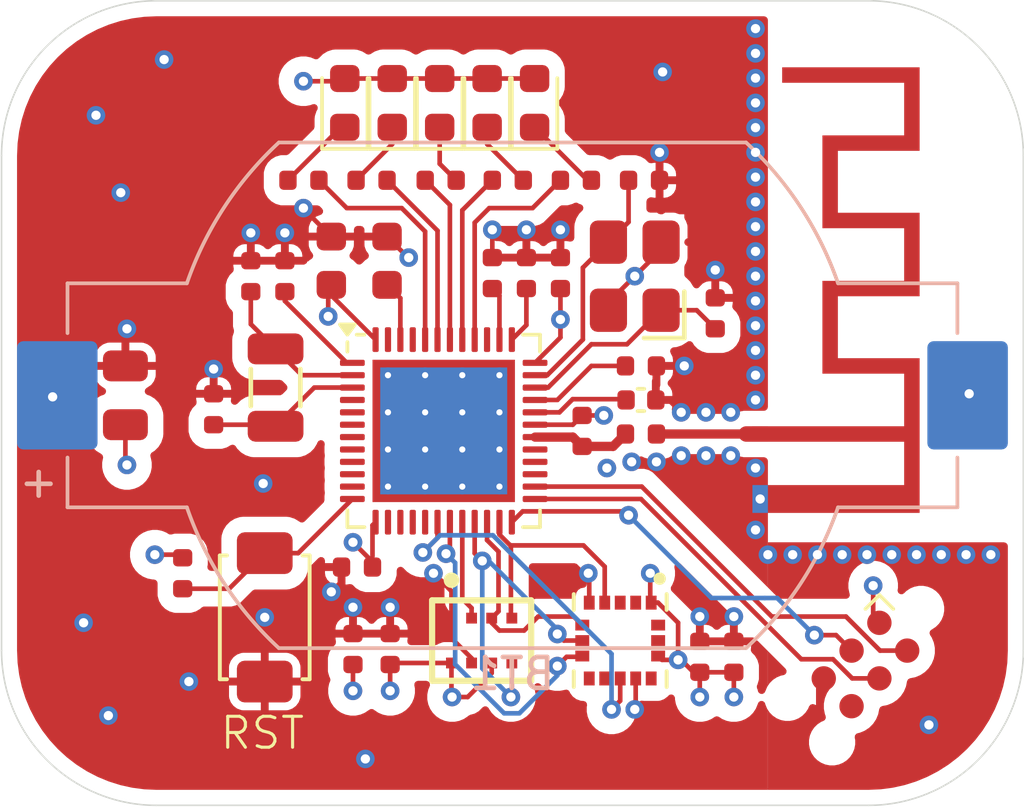
<source format=kicad_pcb>
(kicad_pcb (version 20241229) (generator "pcbnew") (generator_version "9.0")
  (layers (0 "F.Cu" signal "Top Layer") (4 "In1.Cu" signal) (6 "In2.Cu" signal) (2 "B.Cu" signal "Bottom Layer") (13 "F.Paste" user "Top Paste") (15 "B.Paste" user "Bottom Paste") (5 "F.SilkS" user "Top Overlay") (7 "B.SilkS" user "Bottom Overlay") (1 "F.Mask" user "Top Solder") (3 "B.Mask" user "Bottom Solder") (25 "Edge.Cuts" user))
  (property "ADDRESS1" "")
  (property "ADDRESS2" "")
  (property "ADDRESS3" "")
  (property "ADDRESS4" "")
  (property "DOCUMENTNUMBER" "")
  (property "DOCUMENTSIZE" "A4")
  (property "DRAWNBY" "wadeb")
  (property "ORGANIZATION" "Brainerd Race Team")
  (property "PCANAME" "Tire Sensor")
  (property "PROJECTNUMBER" "")
  (property "SHEETTOTAL" "1")
  (net 0 "")
  (net 1 "VDD_NRF")
  (net 3 "GND")
  (net 4 "/XC1")
  (net 5 "/XC2")
  (net 6 "Net-(U1-ANT)")
  (net 7 "/DEC1")
  (net 8 "/DEC2")
  (net 9 "/DEC3")
  (net 10 "/DEC4")
  (net 11 "/P0.00{slash}XL1")
  (net 12 "/P0.01{slash}XL2")
  (net 13 "/P0.25")
  (net 14 "Net-(U1-P0.26)")
  (net 15 "/SWCLK")
  (net 16 "/nRESET")
  (net 17 "/SWDIO")
  (net 18 "/RF")
  (net 19 "/SDO")
  (net 21 "/CS_DPS368")
  (net 23 "Net-(D1-K)")
  (net 26 "Net-(D2-K)")
  (net 27 "/SDI")
  (net 28 "Net-(D3-K)")
  (net 33 "/SCK")
  (net 35 "/INT_LIS3DHTR")
  (net 36 "Net-(D4-K)")
  (net 38 "/CS_LIS3DHTR")
  (net 39 "Net-(D5-K)")
  (net 52 "/LED0")
  (net 53 "/LED1")
  (net 54 "/LED2")
  (net 55 "/LED3")
  (net 56 "/LED4")
  (net 57 "/BTN")
  (footprint "PCM_JLCPCB:C_0402" (layer "F.Cu") (at 172.76656 100.690685 90)
    (property "Reference" "C13" (hide yes))
    (property "Value" "12pF" (hide yes))
  )
  (footprint "PCM_JLCPCB:R_0402" (layer "F.Cu") (at 172.16656 97.690685 180)
    (property "Reference" "R2" (hide yes))
    (property "Value" "1kΩ" (hide yes))
  )
  (footprint "PCM_JLCPCB:C_0402" (layer "F.Cu") (at 168.36656 112.840685 90)
    (property "Reference" "C18" (hide yes))
    (property "Value" "100nF" (hide yes))
  )
  (footprint "PCM_JLCPCB:C_0402" (layer "F.Cu") (at 167.29656 110.190685 180)
    (property "Reference" "C5" (hide yes))
    (property "Value" "100nF" (hide yes))
  )
  (footprint "PCM_JLCPCB:C_0402" (layer "F.Cu") (at 167.16656 112.840685 90)
    (property "Reference" "C19" (hide yes))
    (property "Value" "10uF" (hide yes))
  )
  (footprint "PCM_JLCPCB:R_0402" (layer "F.Cu") (at 161.66656 110.390685 -90)
    (property "Reference" "R6" (hide yes))
    (property "Value" "10kΩ" (hide yes))
  )
  (footprint "PCM_JLCPCB:R_0402" (layer "F.Cu") (at 169.99906 97.690685 180)
    (property "Reference" "R3" (hide yes))
    (property "Value" "1kΩ" (hide yes))
  )
  (footprint "PCM_JLCPCB:C_0402" (layer "F.Cu") (at 176.56656 97.690685)
    (property "Reference" "C2" (hide yes))
    (property "Value" "12pF" (hide yes))
  )
  (footprint "RF_Antenna:Texas_SWRA117D_2.4GHz_Left" (layer "F.Cu") (at 180.31656 105.890685 -90)
    (property "Reference" "AE1" (hide yes))
    (property "Value" "Antenna_Shield" (hide yes))
  )
  (footprint "PCM_JLCPCB:C_0402" (layer "F.Cu") (at 178.86656 101.990685 90)
    (property "Reference" "C1" (hide yes))
    (property "Value" "12pF" (hide yes))
  )
  (footprint "PCM_JLCPCB:C_0805" (layer "F.Cu") (at 159.81656 104.640685 90)
    (property "Reference" "C15" (hide yes))
    (property "Value" "47uF" (hide yes))
  )
  (footprint "PCM_JLCPCB:L_0402" (layer "F.Cu") (at 176.46656 105.890685)
    (property "Reference" "L1" (hide yes))
    (property "Value" "3.9nH" (hide yes))
  )
  (footprint "PCM_JLCPCB:C_0402" (layer "F.Cu") (at 162.66656 105.090685 -90)
    (property "Reference" "C12" (hide yes))
    (property "Value" "12pF" (hide yes))
  )
  (footprint "PCM_JLCPCB:C_0402" (layer "F.Cu") (at 163.86656 100.790685 -90)
    (property "Reference" "C11" (hide yes))
    (property "Value" "12pF" (hide yes))
  )
  (footprint "Connector:Tag-Connect_TC2030-IDC-NL_2x03_P1.27mm_Vertical" (layer "F.Cu") (at 183.717547 113.339698 -135)
    (property "Reference" "J1" (hide yes))
    (property "Value" "Conn_02x05_Odd_Even" (hide yes))
  )
  (footprint "Package_DFN_QFN:QFN-48-1EP_6x6mm_P0.4mm_EP4.6x4.6mm_ThermalVias" (layer "F.Cu") (at 170.09656 105.790685)
    (property "Reference" "U1" (hide yes))
    (property "Value" "~" (hide yes))
  )
  (footprint "PCM_JLCPCB:C_0603" (layer "F.Cu") (at 168.26656 100.290685 90)
    (property "Reference" "C10" (hide yes))
    (property "Value" "1.0uF" (hide yes))
  )
  (footprint "PCM_JLCPCB:C_0402" (layer "F.Cu") (at 174.56656 105.790685 90)
    (property "Reference" "C3" (hide yes))
    (property "Value" "0.8pf" (hide yes))
  )
  (footprint "LED_SMD:LED_0603_1608Metric" (layer "F.Cu") (at 166.90156 95.190685 90)
    (property "Reference" "D5" (hide yes))
    (property "Value" "LED" (hide yes))
  )
  (footprint "PCM_JLCPCB:C_0402" (layer "F.Cu") (at 171.66656 100.690685 90)
    (property "Reference" "C14" (hide yes))
    (property "Value" "12pF" (hide yes))
  )
  (footprint "PCM_JLCPCB:FC-135R_L3.2-W1.5" (layer "F.Cu") (at 164.66656 104.390685 90)
    (property "Reference" "X2" (hide yes))
    (property "Value" "32.768kHz" (hide yes))
  )
  (footprint "PCM_JLCPCB:R_0402" (layer "F.Cu") (at 165.56656 97.690685)
    (property "Reference" "R5" (hide yes))
    (property "Value" "1kΩ" (hide yes))
  )
  (footprint "PCM_JLCPCB:C_0402" (layer "F.Cu") (at 179.46656 113.090685 90)
    (property "Reference" "C17" (hide yes))
    (property "Value" "100nF" (hide yes))
  )
  (footprint "PCM_JLCPCB:C_0402" (layer "F.Cu") (at 176.46656 103.690685)
    (property "Reference" "C7" (hide yes))
    (property "Value" "100pF" (hide yes))
  )
  (footprint "Capacitor_SMD:C_0402_1005Metric" (layer "F.Cu") (at 176.46656 104.790685 180)
    (property "Reference" "C6" (hide yes))
    (property "Value" "N.C." (hide yes))
  )
  (footprint "PCM_JLCPCB:OSC-SMD_4P-L3.2-W2.5-BL_SIT8008BI" (layer "F.Cu") (at 176.26656 100.790685 90)
    (property "Reference" "X1" (hide yes))
    (property "Value" "32MHz" (hide yes))
  )
  (footprint "PCM_JLCPCB:C_0402" (layer "F.Cu") (at 173.86656 100.690685 90)
    (property "Reference" "C8" (hide yes))
    (property "Value" "100nF" (hide yes))
  )
  (footprint "PCM_JLCPCB:C_0603" (layer "F.Cu") (at 166.46656 100.290685 90)
    (property "Reference" "C9" (hide yes))
    (property "Value" "4.7uF" (hide yes))
  )
  (footprint "footprints:XDCR_LIS3DHTR" (layer "F.Cu") (at 175.79656 112.565685 -90)
    (property "Reference" "U3" (hide yes))
    (property "Value" "LIS3DHTR" (hide yes))
  )
  (footprint "PCM_JLCPCB:SW_TS-1088-AR02016" (layer "F.Cu") (at 164.31656 111.815685 -90)
    (property "Reference" "S1" (hide yes))
    (property "Value" "Tactile Button, 160gf" (hide yes))
  )
  (footprint "footprints:LGA8S145X65P2X4_200X250X110-V" (layer "F.Cu") (at 171.32156 112.565685)
    (property "Reference" "U2" (hide yes))
    (property "Value" "DPS368" (hide yes))
  )
  (footprint "PCM_JLCPCB:C_0402" (layer "F.Cu") (at 164.96656 100.790685 90)
    (property "Reference" "C4" (hide yes))
    (property "Value" "100nF" (hide yes))
  )
  (footprint "LED_SMD:LED_0603_1608Metric" (layer "F.Cu") (at 173.03156 95.190685 90)
    (property "Reference" "D1" (hide yes))
    (property "Value" "LED" (hide yes))
  )
  (footprint "LED_SMD:LED_0603_1608Metric" (layer "F.Cu") (at 169.96656 95.190685 90)
    (property "Reference" "D3" (hide yes))
    (property "Value" "LED" (hide yes))
  )
  (footprint "PCM_JLCPCB:R_0402" (layer "F.Cu") (at 174.36656 97.690685 180)
    (property "Reference" "R1" (hide yes))
    (property "Value" "1kΩ" (hide yes))
  )
  (footprint "LED_SMD:LED_0603_1608Metric" (layer "F.Cu") (at 168.43406 95.190685 90)
    (property "Reference" "D4" (hide yes))
    (property "Value" "LED" (hide yes))
  )
  (footprint "LED_SMD:LED_0603_1608Metric" (layer "F.Cu") (at 171.49906 95.190685 90)
    (property "Reference" "D2" (hide yes))
    (property "Value" "LED" (hide yes))
  )
  (footprint "PCM_JLCPCB:C_0402" (layer "F.Cu") (at 178.36656 113.090685 90)
    (property "Reference" "C16" (hide yes))
    (property "Value" "100nF" (hide yes))
  )
  (footprint "PCM_JLCPCB:R_0402" (layer "F.Cu") (at 167.76656 97.690685)
    (property "Reference" "R4" (hide yes))
    (property "Value" "1kΩ" (hide yes))
  )
  (footprint "Battery:BatteryHolder_Renata_SMTU2032-LF_1x2032" (layer "B.Cu") (at 172.31656 104.640685)
    (property "Reference" "BT1")
    (property "Value" "Battery_Cell" (hide yes))
  )
  (gr_arc (start 183.81656 91.890685) (mid 187.352125 93.355136) (end 188.81656 96.890685) (stroke (width 0.05)) (layer "Edge.Cuts"))
  (gr_arc (start 155.81656 96.890685) (mid 157.281029 93.355147) (end 160.81656 91.890685) (stroke (width 0.05)) (layer "Edge.Cuts"))
  (gr_line (start 160.81656 91.890685) (end 183.81656 91.890685) (stroke (width 0.05)) (layer "Edge.Cuts"))
  (gr_line (start 188.81656 96.890685) (end 188.81656 112.890685) (stroke (width 0.05)) (layer "Edge.Cuts"))
  (gr_arc (start 160.81656 117.890685) (mid 157.281057 116.426204) (end 155.81656 112.890685) (stroke (width 0.05)) (layer "Edge.Cuts"))
  (gr_arc (start 188.81656 112.890685) (mid 187.352094 116.426219) (end 183.81656 117.890685) (stroke (width 0.05)) (layer "Edge.Cuts"))
  (gr_line (start 183.81656 117.890685) (end 160.81656 117.890685) (stroke (width 0.05)) (layer "Edge.Cuts"))
  (gr_line (start 155.81656 112.890685) (end 155.81656 96.890685) (stroke (width 0.05)) (layer "Edge.Cuts"))
  (gr_text "RST" (at 162.81656 116.140685 0) (layer "F.SilkS") (effects (font (size 1 1) (thickness 0.1)) (justify left bottom)))
  (segment (start 166.90156 94.403185) (end 168.43406 94.403185) (width 0.15) (layer "F.Cu") (net 1))
  (segment (start 170.87156 114.390685) (end 170.36656 114.390685) (width 0.15) (layer "F.Cu") (net 1))
  (segment (start 166.46656 101.070685) (end 166.46656 101.410685) (width 0.15) (layer "F.Cu") (net 1))
  (segment (start 177.66656 113.190685) (end 177.14656 113.190685) (width 0.15) (layer "F.Cu") (net 1))
  (segment (start 178.36656 113.590685) (end 178.16656 113.590685) (width 0.15) (layer "F.Cu") (net 1))
  (segment (start 167.79656 109.840685) (end 167.79656 108.840685) (width 0.15) (layer "F.Cu") (net 1))
  (segment (start 159.81656 106.840685) (end 159.86656 106.890685) (width 0.15) (layer "F.Cu") (net 1))
  (segment (start 171.49906 94.403185) (end 173.03156 94.403185) (width 0.15) (layer "F.Cu") (net 1))
  (segment (start 176.79656 111.340685) (end 177.01656 111.340685) (width 0.15) (layer "F.Cu") (net 1))
  (segment (start 166.46656 101.410685) (end 167.89656 102.840685) (width 0.15) (layer "F.Cu") (net 1))
  (segment (start 160.76656 109.790685) (end 161.56656 109.790685) (width 0.15) (layer "F.Cu") (net 1))
  (segment (start 178.36656 113.590685) (end 179.56656 113.590685) (width 0.15) (layer "F.Cu") (net 1))
  (segment (start 183.96656 110.790685) (end 183.96656 111.990686) (width 0.15) (layer "F.Cu") (net 1))
  (segment (start 161.56656 109.790685) (end 161.66656 109.890685) (width 0.15) (layer "F.Cu") (net 1))
  (segment (start 168.41656 113.290685) (end 168.36656 113.340685) (width 0.15) (layer "F.Cu") (net 1))
  (segment (start 173.86656 102.770685) (end 173.86656 102.190685) (width 0.15) (layer "F.Cu") (net 1))
  (segment (start 177.66656 111.990685) (end 177.66656 113.190685) (width 0.15) (layer "F.Cu") (net 1))
  (segment (start 177.14656 113.190685) (end 177.02156 113.065685) (width 0.15) (layer "F.Cu") (net 1))
  (segment (start 176.76656 110.390685) (end 176.76656 111.310685) (width 0.15) (layer "F.Cu") (net 1))
  (segment (start 168.36656 113.340685) (end 168.36656 114.190685) (width 0.15) (layer "F.Cu") (net 1))
  (segment (start 166.81406 94.490685) (end 166.90156 94.403185) (width 0.15) (layer "F.Cu") (net 1))
  (segment (start 168.43406 94.403185) (end 169.96656 94.403185) (width 0.15) (layer "F.Cu") (net 1))
  (segment (start 170.34656 113.290685) (end 168.41656 113.290685) (width 0.15) (layer "F.Cu") (net 1))
  (segment (start 183.96656 111.990686) (end 183.964586 111.99266) (width 0.15) (layer "F.Cu") (net 1))
  (segment (start 171.64656 113.290685) (end 171.64656 113.615685) (width 0.15) (layer "F.Cu") (net 1))
  (segment (start 166.36656 102.090685) (end 166.36656 101.170685) (width 0.15) (layer "F.Cu") (net 1))
  (segment (start 167.79656 110.020685) (end 167.79656 110.190685) (width 0.15) (layer "F.Cu") (net 1))
  (segment (start 165.56656 94.490685) (end 166.81406 94.490685) (width 0.15) (layer "F.Cu") (net 1))
  (segment (start 179.46656 114.390685) (end 179.46656 113.590685) (width 0.15) (layer "F.Cu") (net 1))
  (segment (start 173.04656 103.590685) (end 173.86656 102.770685) (width 0.15) (layer "F.Cu") (net 1))
  (segment (start 170.34656 113.290685) (end 170.34656 114.370685) (width 0.15) (layer "F.Cu") (net 1))
  (segment (start 171.64656 113.615685) (end 170.87156 114.390685) (width 0.15) (layer "F.Cu") (net 1))
  (segment (start 169.96656 94.403185) (end 171.49906 94.403185) (width 0.15) (layer "F.Cu") (net 1))
  (segment (start 167.16656 113.340685) (end 167.16656 114.190685) (width 0.15) (layer "F.Cu") (net 1))
  (segment (start 178.16656 113.590685) (end 177.76656 113.190685) (width 0.15) (layer "F.Cu") (net 1))
  (segment (start 159.81656 105.590685) (end 159.81656 106.840685) (width 0.15) (layer "F.Cu") (net 1))
  (segment (start 177.01656 111.340685) (end 177.66656 111.990685) (width 0.15) (layer "F.Cu") (net 1))
  (segment (start 170.34656 114.370685) (end 170.36656 114.390685) (width 0.15) (layer "F.Cu") (net 1))
  (segment (start 166.36656 101.170685) (end 166.46656 101.070685) (width 0.15) (layer "F.Cu") (net 1))
  (segment (start 167.16656 109.390685) (end 167.79656 110.020685) (width 0.15) (layer "F.Cu") (net 1))
  (segment (start 173.86656 101.190685) (end 173.86656 102.190685) (width 0.15) (layer "F.Cu") (net 1))
  (segment (start 167.79656 108.840685) (end 167.89656 108.740685) (width 0.15) (layer "F.Cu") (net 1))
  (segment (start 178.36656 114.390685) (end 178.36656 113.590685) (width 0.15) (layer "F.Cu") (net 1))
  (segment (start 176.76656 111.310685) (end 176.79656 111.340685) (width 0.15) (layer "F.Cu") (net 1))
  (via (at 170.36656 114.390685) (size 0.6) (drill 0.3) (layers "F.Cu" "B.Cu") (net 1))
  (via (at 177.66656 113.190685) (size 0.6) (drill 0.3) (layers "F.Cu" "B.Cu") (net 1))
  (via (at 160.76656 109.790685) (size 0.6) (drill 0.3) (layers "F.Cu" "B.Cu") (net 1))
  (via (at 167.16656 114.190685) (size 0.6) (drill 0.3) (layers "F.Cu" "B.Cu") (net 1))
  (via (at 168.36656 114.190685) (size 0.6) (drill 0.3) (layers "F.Cu" "B.Cu") (net 1))
  (via (at 183.96656 110.790685) (size 0.6) (drill 0.3) (layers "F.Cu" "B.Cu") (net 1))
  (via (at 159.86656 106.890685) (size 0.6) (drill 0.3) (layers "F.Cu" "B.Cu") (net 1))
  (via (at 165.56656 94.490685) (size 0.6) (drill 0.3) (layers "F.Cu" "B.Cu") (net 1))
  (via (at 166.36656 102.090685) (size 0.6) (drill 0.3) (layers "F.Cu" "B.Cu") (net 1))
  (via (at 176.76656 110.390685) (size 0.6) (drill 0.3) (layers "F.Cu" "B.Cu") (net 1))
  (via (at 157.46656 104.690685) (size 0.6) (drill 0.3) (layers "F.Cu" "B.Cu") (net 1))
  (via (at 173.86656 102.190685) (size 0.6) (drill 0.3) (layers "F.Cu" "B.Cu") (net 1))
  (via (at 179.46656 114.390685) (size 0.6) (drill 0.3) (layers "F.Cu" "B.Cu") (net 1))
  (via (at 167.16656 109.390685) (size 0.6) (drill 0.3) (layers "F.Cu" "B.Cu") (net 1))
  (via (at 178.36656 114.390685) (size 0.6) (drill 0.3) (layers "F.Cu" "B.Cu") (net 1))
  (segment (start 161.86656 113.890685) (end 164.31656 113.890685) (width 0.15) (layer "F.Cu") (net 3))
  (segment (start 166.79656 110.190685) (end 166.79656 110.660685) (width 0.15) (layer "F.Cu") (net 3))
  (segment (start 173.04656 105.590685) (end 174.26656 105.590685) (width 0.15) (layer "F.Cu") (net 3))
  (segment (start 170.99656 113.138685) (end 170.99656 113.290685) (width 0.15) (layer "F.Cu") (net 3))
  (segment (start 174.26656 105.590685) (end 174.56656 105.290685) (width 0.15) (layer "F.Cu") (net 3))
  (segment (start 175.41656 101.890685) (end 175.41656 101.640685) (width 0.15) (layer "F.Cu") (net 3))
  (segment (start 166.79656 110.660685) (end 166.46656 110.990685) (width 0.15) (layer "F.Cu") (net 3))
  (segment (start 175.41656 101.640685) (end 176.26656 100.790685) (width 0.15) (layer "F.Cu") (net 3))
  (segment (start 167.16656 111.490685) (end 167.16656 112.340685) (width 0.15) (layer "F.Cu") (net 3))
  (segment (start 159.81656 103.690685) (end 159.81656 102.540685) (width 0.15) (layer "F.Cu") (net 3))
  (segment (start 177.11656 99.940685) (end 176.26656 100.790685) (width 0.15) (layer "F.Cu") (net 3))
  (segment (start 179.46656 112.590685) (end 179.46656 111.790685) (width 0.15) (layer "F.Cu") (net 3))
  (segment (start 178.86656 101.490685) (end 178.86656 100.590685) (width 0.15) (layer "F.Cu") (net 3))
  (segment (start 173.86656 99.290685) (end 173.86656 100.190685) (width 0.15) (layer "F.Cu") (net 3))
  (segment (start 169.76656 110.390685) (end 170.34656 110.970685) (width 0.15) (layer "F.Cu") (net 3))
  (segment (start 176.29656 114.760685) (end 176.26656 114.790685) (width 0.15) (layer "F.Cu") (net 3))
  (segment (start 159.81656 102.540685) (end 159.86656 102.490685) (width 0.15) (layer "F.Cu") (net 3))
  (segment (start 165.56656 98.610685) (end 166.46656 99.510685) (width 0.15) (layer "F.Cu") (net 3))
  (segment (start 168.96656 100.190685) (end 168.94656 100.190685) (width 0.15) (layer "F.Cu") (net 3))
  (segment (start 168.94656 100.190685) (end 168.26656 99.510685) (width 0.15) (layer "F.Cu") (net 3))
  (segment (start 178.36656 112.590685) (end 178.36656 111.790685) (width 0.15) (layer "F.Cu") (net 3))
  (segment (start 177.06656 97.690685) (end 177.06656 96.790685) (width 0.15) (layer "F.Cu") (net 3))
  (segment (start 168.36656 111.490685) (end 168.36656 112.340685) (width 0.15) (layer "F.Cu") (net 3))
  (segment (start 165.56656 98.590685) (end 165.56656 98.610685) (width 0.15) (layer "F.Cu") (net 3))
  (segment (start 174.79656 110.620685) (end 174.79656 111.340685) (width 0.15) (layer "F.Cu") (net 3))
  (segment (start 177.36656 104.790685) (end 177.76656 105.190685) (width 0.15) (layer "F.Cu") (net 3))
  (segment (start 176.96656 103.690685) (end 177.86656 103.690685) (width 0.15) (layer "F.Cu") (net 3))
  (segment (start 174.56656 105.290685) (end 175.26656 105.290685) (width 0.15) (layer "F.Cu") (net 3))
  (segment (start 164.96656 100.290685) (end 164.96656 99.390685) (width 0.15) (layer "F.Cu") (net 3))
  (segment (start 176.94656 104.790685) (end 177.36656 104.790685) (width 0.15) (layer "F.Cu") (net 3))
  (segment (start 176.29656 113.790685) (end 176.29656 114.760685) (width 0.15) (layer "F.Cu") (net 3))
  (segment (start 177.11656 99.690685) (end 177.11656 99.940685) (width 0.15) (layer "F.Cu") (net 3))
  (segment (start 172.76656 99.290685) (end 172.76656 100.190685) (width 0.15) (layer "F.Cu") (net 3))
  (segment (start 170.34656 112.488685) (end 170.99656 113.138685) (width 0.15) (layer "F.Cu") (net 3))
  (segment (start 163.86656 100.290685) (end 163.86656 99.390685) (width 0.15) (layer "F.Cu") (net 3))
  (segment (start 170.34656 111.840685) (end 170.34656 112.488685) (width 0.15) (layer "F.Cu") (net 3))
  (segment (start 162.66656 104.590685) (end 162.66656 103.790685) (width 0.15) (layer "F.Cu") (net 3))
  (segment (start 174.76656 110.590685) (end 174.79656 110.620685) (width 0.15) (layer "F.Cu") (net 3))
  (segment (start 170.34656 110.970685) (end 170.34656 111.840685) (width 0.15) (layer "F.Cu") (net 3))
  (segment (start 171.66656 99.290685) (end 171.66656 100.190685) (width 0.15) (layer "F.Cu") (net 3))
  (via (at 180.16656 106.990685) (size 0.6) (drill 0.3) (layers "F.Cu" "B.Cu") (net 3))
  (via (at 187.06656 104.590685) (size 0.6) (drill 0.3) (layers "F.Cu" "B.Cu") (net 3))
  (via (at 167.56656 116.390685) (size 0.6) (drill 0.3) (layers "F.Cu" "B.Cu") (net 3))
  (via (at 180.16656 93.590685) (size 0.6) (drill 0.3) (layers "F.Cu" "B.Cu") (net 3))
  (via (at 180.16656 99.990685) (size 0.6) (drill 0.3) (layers "F.Cu" "B.Cu") (net 3))
  (via (at 180.16656 108.990685) (size 0.6) (drill 0.3) (layers "F.Cu" "B.Cu") (net 3))
  (via (at 161.86656 113.890685) (size 0.6) (drill 0.3) (layers "F.Cu" "B.Cu") (net 3))
  (via (at 164.31656 111.815685) (size 0.6) (drill 0.3) (layers "F.Cu" "B.Cu") (net 3))
  (via (at 166.46656 110.990685) (size 0.6) (drill 0.3) (layers "F.Cu" "B.Cu") (net 3))
  (via (at 180.16656 97.590685) (size 0.6) (drill 0.3) (layers "F.Cu" "B.Cu") (net 3))
  (via (at 164.26656 107.490685) (size 0.6) (drill 0.3) (layers "F.Cu" "B.Cu") (net 3))
  (via (at 180.16656 94.390685) (size 0.6) (drill 0.3) (layers "F.Cu" "B.Cu") (net 3))
  (via (at 178.86656 100.590685) (size 0.6) (drill 0.3) (layers "F.Cu" "B.Cu") (net 3))
  (via (at 180.16656 104.790685) (size 0.6) (drill 0.3) (layers "F.Cu" "B.Cu") (net 3))
  (via (at 181.36656 109.790685) (size 0.6) (drill 0.3) (layers "F.Cu" "B.Cu") (net 3))
  (via (at 180.56656 109.790685) (size 0.6) (drill 0.3) (layers "F.Cu" "B.Cu") (net 3))
  (via (at 167.16656 111.490685) (size 0.6) (drill 0.3) (layers "F.Cu" "B.Cu") (net 3))
  (via (at 158.46656 111.990685) (size 0.6) (drill 0.3) (layers "F.Cu" "B.Cu") (net 3))
  (via (at 175.36656 106.990685) (size 0.6) (drill 0.3) (layers "F.Cu" "B.Cu") (net 3))
  (via (at 180.16656 103.990685) (size 0.6) (drill 0.3) (layers "F.Cu" "B.Cu") (net 3))
  (via (at 186.96656 109.790685) (size 0.6) (drill 0.3) (layers "F.Cu" "B.Cu") (net 3))
  (via (at 163.86656 99.390685) (size 0.6) (drill 0.3) (layers "F.Cu" "B.Cu") (net 3))
  (via (at 187.76656 109.790685) (size 0.6) (drill 0.3) (layers "F.Cu" "B.Cu") (net 3))
  (via (at 184.56656 109.790685) (size 0.6) (drill 0.3) (layers "F.Cu" "B.Cu") (net 3))
  (via (at 178.36656 111.790685) (size 0.6) (drill 0.3) (layers "F.Cu" "B.Cu") (net 3))
  (via (at 183.76656 109.790685) (size 0.6) (drill 0.3) (layers "F.Cu" "B.Cu") (net 3))
  (via (at 168.36656 111.490685) (size 0.6) (drill 0.3) (layers "F.Cu" "B.Cu") (net 3))
  (via (at 177.76656 105.190685) (size 0.6) (drill 0.3) (layers "F.Cu" "B.Cu") (net 3))
  (via (at 180.16656 95.990685) (size 0.6) (drill 0.3) (layers "F.Cu" "B.Cu") (net 3))
  (via (at 177.06656 96.790685) (size 0.6) (drill 0.3) (layers "F.Cu" "B.Cu") (net 3))
  (via (at 185.76656 115.290685) (size 0.6) (drill 0.3) (layers "F.Cu" "B.Cu") (net 3))
  (via (at 180.16656 102.390685) (size 0.6) (drill 0.3) (layers "F.Cu" "B.Cu") (net 3))
  (via (at 177.16656 94.190685) (size 0.6) (drill 0.3) (layers "F.Cu" "B.Cu") (net 3))
  (via (at 180.16656 98.390685) (size 0.6) (drill 0.3) (layers "F.Cu" "B.Cu") (net 3))
  (via (at 180.16656 101.590685) (size 0.6) (drill 0.3) (layers "F.Cu" "B.Cu") (net 3))
  (via (at 178.56656 106.590685) (size 0.6) (drill 0.3) (layers "F.Cu" "B.Cu") (net 3))
  (via (at 171.66656 99.290685) (size 0.6) (drill 0.3) (layers "F.Cu" "B.Cu") (net 3))
  (via (at 179.36656 105.190685) (size 0.6) (drill 0.3) (layers "F.Cu" "B.Cu") (net 3))
  (via (at 180.16656 95.190685) (size 0.6) (drill 0.3) (layers "F.Cu" "B.Cu") (net 3))
  (via (at 161.06656 93.790685) (size 0.6) (drill 0.3) (layers "F.Cu" "B.Cu") (net 3))
  (via (at 186.16656 109.790685) (size 0.6) (drill 0.3) (layers "F.Cu" "B.Cu") (net 3))
  (via (at 177.76656 106.590685) (size 0.6) (drill 0.3) (layers "F.Cu" "B.Cu") (net 3))
  (via (at 174.76656 110.390685) (size 0.6) (drill 0.3) (layers "F.Cu" "B.Cu") (net 3))
  (via (at 176.26656 100.790685) (size 0.6) (drill 0.3) (layers "F.Cu" "B.Cu") (net 3))
  (via (at 159.86656 102.490685) (size 0.6) (drill 0.3) (layers "F.Cu" "B.Cu") (net 3))
  (via (at 159.26656 114.990685) (size 0.6) (drill 0.3) (layers "F.Cu" "B.Cu") (net 3))
  (via (at 180.16656 99.190685) (size 0.6) (drill 0.3) (layers "F.Cu" "B.Cu") (net 3))
  (via (at 175.26656 105.290685) (size 0.6) (drill 0.3) (layers "F.Cu" "B.Cu") (net 3))
  (via (at 179.46656 111.790685) (size 0.6) (drill 0.3) (layers "F.Cu" "B.Cu") (net 3))
  (via (at 180.16656 100.790685) (size 0.6) (drill 0.3) (layers "F.Cu" "B.Cu") (net 3))
  (via (at 176.26656 114.790685) (size 0.6) (drill 0.3) (layers "F.Cu" "B.Cu") (net 3))
  (via (at 172.76656 99.290685) (size 0.6) (drill 0.3) (layers "F.Cu" "B.Cu") (net 3))
  (via (at 173.86656 99.290685) (size 0.6) (drill 0.3) (layers "F.Cu" "B.Cu") (net 3))
  (via (at 158.86656 95.590685) (size 0.6) (drill 0.3) (layers "F.Cu" "B.Cu") (net 3))
  (via (at 180.16656 96.790685) (size 0.6) (drill 0.3) (layers "F.Cu" "B.Cu") (net 3))
  (via (at 168.96656 100.190685) (size 0.6) (drill 0.3) (layers "F.Cu" "B.Cu") (net 3))
  (via (at 177.86656 103.690685) (size 0.6) (drill 0.3) (layers "F.Cu" "B.Cu") (net 3))
  (via (at 182.96656 109.790685) (size 0.6) (drill 0.3) (layers "F.Cu" "B.Cu") (net 3))
  (via (at 180.16656 92.790685) (size 0.6) (drill 0.3) (layers "F.Cu" "B.Cu") (net 3))
  (via (at 169.76656 110.390685) (size 0.6) (drill 0.3) (layers "F.Cu" "B.Cu") (net 3))
  (via (at 162.66656 103.790685) (size 0.6) (drill 0.3) (layers "F.Cu" "B.Cu") (net 3))
  (via (at 165.56656 98.590685) (size 0.6) (drill 0.3) (layers "F.Cu" "B.Cu") (net 3))
  (via (at 180.16656 103.190685) (size 0.6) (drill 0.3) (layers "F.Cu" "B.Cu") (net 3))
  (via (at 176.96656 106.790685) (size 0.6) (drill 0.3) (layers "F.Cu" "B.Cu") (net 3))
  (via (at 185.36656 109.790685) (size 0.6) (drill 0.3) (layers "F.Cu" "B.Cu") (net 3))
  (via (at 179.36656 106.590685) (size 0.6) (drill 0.3) (layers "F.Cu" "B.Cu") (net 3))
  (via (at 159.66656 98.090685) (size 0.6) (drill 0.3) (layers "F.Cu" "B.Cu") (net 3))
  (via (at 164.96656 99.390685) (size 0.6) (drill 0.3) (layers "F.Cu" "B.Cu") (net 3))
  (via (at 176.16656 106.790685) (size 0.6) (drill 0.3) (layers "F.Cu" "B.Cu") (net 3))
  (via (at 178.56656 105.190685) (size 0.6) (drill 0.3) (layers "F.Cu" "B.Cu") (net 3))
  (via (at 182.16656 109.790685) (size 0.6) (drill 0.3) (layers "F.Cu" "B.Cu") (net 3))
  (segment (start 177.11656 101.890685) (end 178.26656 101.890685) (width 0.15) (layer "F.Cu") (net 4))
  (segment (start 176.01656 102.990685) (end 177.11656 101.890685) (width 0.15) (layer "F.Cu") (net 4))
  (segment (start 173.04656 104.390685) (end 173.46656 104.390685) (width 0.15) (layer "F.Cu") (net 4))
  (segment (start 173.46656 104.390685) (end 174.86656 102.990685) (width 0.15) (layer "F.Cu") (net 4))
  (segment (start 174.86656 102.990685) (end 176.01656 102.990685) (width 0.15) (layer "F.Cu") (net 4))
  (segment (start 178.26656 101.890685) (end 178.86656 102.490685) (width 0.15) (layer "F.Cu") (net 4))
  (segment (start 173.438268 103.990685) (end 173.04656 103.990685) (width 0.15) (layer "F.Cu") (net 5))
  (segment (start 174.59056 102.838393) (end 173.438268 103.990685) (width 0.15) (layer "F.Cu") (net 5))
  (segment (start 176.06656 99.040685) (end 175.41656 99.690685) (width 0.15) (layer "F.Cu") (net 5))
  (segment (start 175.41656 99.690685) (end 174.59056 100.516685) (width 0.15) (layer "F.Cu") (net 5))
  (segment (start 174.59056 100.516685) (end 174.59056 102.838393) (width 0.15) (layer "F.Cu") (net 5))
  (segment (start 176.06656 97.690685) (end 176.06656 99.040685) (width 0.15) (layer "F.Cu") (net 5))
  (segment (start 175.56656 106.290685) (end 175.96656 105.890685) (width 0.3) (layer "F.Cu") (net 6))
  (segment (start 174.56656 106.290685) (end 175.56656 106.290685) (width 0.3) (layer "F.Cu") (net 6))
  (segment (start 174.26656 105.990685) (end 174.56656 106.290685) (width 0.3) (layer "F.Cu") (net 6))
  (segment (start 173.04656 105.990685) (end 174.26656 105.990685) (width 0.3) (layer "F.Cu") (net 6))
  (segment (start 166.96656 103.590685) (end 167.14656 103.590685) (width 0.15) (layer "F.Cu") (net 7))
  (segment (start 164.96656 101.290685) (end 164.96656 101.590685) (width 0.15) (layer "F.Cu") (net 7))
  (segment (start 164.96656 101.590685) (end 166.96656 103.590685) (width 0.15) (layer "F.Cu") (net 7))
  (segment (start 173.835078 105.190685) (end 174.261078 104.764685) (width 0.15) (layer "F.Cu") (net 8))
  (segment (start 175.96056 104.764685) (end 175.98656 104.790685) (width 0.15) (layer "F.Cu") (net 8))
  (segment (start 174.261078 104.764685) (end 175.96056 104.764685) (width 0.15) (layer "F.Cu") (net 8))
  (segment (start 173.04656 105.190685) (end 173.835078 105.190685) (width 0.15) (layer "F.Cu") (net 8))
  (segment (start 174.86656 103.690685) (end 173.76656 104.790685) (width 0.15) (layer "F.Cu") (net 9))
  (segment (start 173.76656 104.790685) (end 173.04656 104.790685) (width 0.15) (layer "F.Cu") (net 9))
  (segment (start 175.96656 103.690685) (end 174.86656 103.690685) (width 0.15) (layer "F.Cu") (net 9))
  (segment (start 168.26656 101.070685) (end 168.69656 101.500685) (width 0.15) (layer "F.Cu") (net 10))
  (segment (start 168.69656 101.500685) (end 168.69656 102.840685) (width 0.15) (layer "F.Cu") (net 10))
  (segment (start 164.66656 103.140685) (end 165.51656 103.990685) (width 0.15) (layer "F.Cu") (net 11))
  (segment (start 163.86656 102.340685) (end 164.66656 103.140685) (width 0.15) (layer "F.Cu") (net 11))
  (segment (start 163.86656 101.290685) (end 163.86656 102.340685) (width 0.15) (layer "F.Cu") (net 11))
  (segment (start 165.51656 103.990685) (end 167.14656 103.990685) (width 0.15) (layer "F.Cu") (net 11))
  (segment (start 165.91656 104.390685) (end 167.14656 104.390685) (width 0.15) (layer "F.Cu") (net 12))
  (segment (start 164.66656 105.640685) (end 165.91656 104.390685) (width 0.15) (layer "F.Cu") (net 12))
  (segment (start 162.66656 105.590685) (end 164.61656 105.590685) (width 0.15) (layer "F.Cu") (net 12))
  (segment (start 164.61656 105.590685) (end 164.66656 105.640685) (width 0.15) (layer "F.Cu") (net 12))
  (segment (start 172.76656 102.370685) (end 172.29656 102.840685) (width 0.15) (layer "F.Cu") (net 13))
  (segment (start 172.76656 101.190685) (end 172.76656 102.370685) (width 0.15) (layer "F.Cu") (net 13))
  (segment (start 171.66656 101.190685) (end 171.89656 101.420685) (width 0.15) (layer "F.Cu") (net 14))
  (segment (start 171.89656 101.420685) (end 171.89656 102.840685) (width 0.15) (layer "F.Cu") (net 14))
  (segment (start 182.670471 113.169011) (end 183.290171 113.788711) (width 0.15) (layer "F.Cu") (net 15))
  (segment (start 183.290171 113.788711) (end 184.16656 113.788711) (width 0.15) (layer "F.Cu") (net 15))
  (segment (start 173.04656 107.990685) (end 176.46656 107.990685) (width 0.15) (layer "F.Cu") (net 15))
  (segment (start 176.46656 107.990685) (end 181.644886 113.169011) (width 0.15) (layer "F.Cu") (net 15))
  (segment (start 181.644886 113.169011) (end 182.670471 113.169011) (width 0.15) (layer "F.Cu") (net 15))
  (segment (start 172.64656 108.390685) (end 176.06656 108.390685) (width 0.15) (layer "F.Cu") (net 16))
  (segment (start 172.29656 108.740685) (end 172.64656 108.390685) (width 0.15) (layer "F.Cu") (net 16))
  (segment (start 176.06656 108.390685) (end 176.06656 108.515685) (width 0.15) (layer "F.Cu") (net 16))
  (segment (start 182.768534 112.390685) (end 183.268534 112.890685) (width 0.15) (layer "F.Cu") (net 16))
  (segment (start 182.06656 112.390685) (end 182.768534 112.390685) (width 0.15) (layer "F.Cu") (net 16))
  (via (at 176.06656 108.515685) (size 0.6) (drill 0.3) (layers "F.Cu" "B.Cu") (net 16))
  (via (at 182.06656 112.390685) (size 0.6) (drill 0.3) (layers "F.Cu" "B.Cu") (net 16))
  (segment (start 179.06656 111.190685) (end 180.46656 111.190685) (width 0.15) (layer "B.Cu") (net 16))
  (segment (start 176.06656 108.515685) (end 178.74156 111.190685) (width 0.15) (layer "B.Cu") (net 16))
  (segment (start 180.86656 111.190685) (end 182.06656 112.390685) (width 0.15) (layer "B.Cu") (net 16))
  (segment (start 178.74156 111.190685) (end 179.06656 111.190685) (width 0.15) (layer "B.Cu") (net 16))
  (segment (start 180.46656 111.190685) (end 180.86656 111.190685) (width 0.15) (layer "B.Cu") (net 16))
  (segment (start 173.04656 107.590685) (end 176.492238 107.590685) (width 0.15) (layer "F.Cu") (net 17))
  (segment (start 183.088196 111.790685) (end 184.188196 112.890685) (width 0.15) (layer "F.Cu") (net 17))
  (segment (start 180.692238 111.790685) (end 183.088196 111.790685) (width 0.15) (layer "F.Cu") (net 17))
  (segment (start 184.188196 112.890685) (end 185.064585 112.890685) (width 0.15) (layer "F.Cu") (net 17))
  (segment (start 176.492238 107.590685) (end 180.692238 111.790685) (width 0.15) (layer "F.Cu") (net 17))
  (segment (start 179.86656 105.890685) (end 176.96656 105.890685) (width 0.3) (layer "F.Cu") (net 18))
  (segment (start 180.31656 105.890685) (end 179.86656 105.890685) (width 0.5) (layer "F.Cu") (net 18))
  (segment (start 172.29656 113.290685) (end 172.29656 114.360685) (width 0.15) (layer "F.Cu") (net 19))
  (segment (start 171.09656 108.740685) (end 171.09656 109.745685) (width 0.15) (layer "F.Cu") (net 19))
  (segment (start 171.09656 109.745685) (end 171.34156 109.990685) (width 0.15) (layer "F.Cu") (net 19))
  (segment (start 172.29656 114.360685) (end 172.26656 114.390685) (width 0.15) (layer "F.Cu") (net 19))
  (segment (start 173.977469 112.565685) (end 174.57156 112.565685) (width 0.15) (layer "F.Cu") (net 19))
  (segment (start 173.76656 112.354776) (end 173.977469 112.565685) (width 0.15) (layer "F.Cu") (net 19))
  (via (at 171.34156 109.990685) (size 0.6) (drill 0.3) (layers "F.Cu" "B.Cu") (net 19))
  (via (at 172.26656 114.390685) (size 0.6) (drill 0.3) (layers "F.Cu" "B.Cu") (net 19))
  (via (at 173.76656 112.354776) (size 0.6) (drill 0.3) (layers "F.Cu" "B.Cu") (net 19))
  (segment (start 171.34156 109.990685) (end 171.34156 113.465685) (width 0.15) (layer "B.Cu") (net 19))
  (segment (start 173.911262 112.354776) (end 171.547171 109.990685) (width 0.15) (layer "B.Cu") (net 19))
  (segment (start 171.547171 109.990685) (end 171.34156 109.990685) (width 0.15) (layer "B.Cu") (net 19))
  (segment (start 171.34156 113.465685) (end 172.26656 114.390685) (width 0.15) (layer "B.Cu") (net 19))
  (segment (start 170.69656 111.215685) (end 170.99656 111.515685) (width 0.15) (layer "F.Cu") (net 21))
  (segment (start 170.69656 108.740685) (end 170.69656 111.215685) (width 0.15) (layer "F.Cu") (net 21))
  (segment (start 170.99656 111.515685) (end 170.99656 111.840685) (width 0.15) (layer "F.Cu") (net 21))
  (segment (start 174.86656 97.690685) (end 174.74406 97.690685) (width 0.15) (layer "F.Cu") (net 23))
  (segment (start 174.74406 97.690685) (end 173.03156 95.978185) (width 0.15) (layer "F.Cu") (net 23))
  (segment (start 171.49906 96.523185) (end 172.66656 97.690685) (width 0.15) (layer "F.Cu") (net 26))
  (segment (start 171.49906 95.978185) (end 171.49906 96.523185) (width 0.15) (layer "F.Cu") (net 26))
  (segment (start 171.86656 109.690685) (end 171.86656 111.620685) (width 0.15) (layer "F.Cu") (net 27))
  (segment (start 173.145606 111.790685) (end 174.29656 111.790685) (width 0.15) (layer "F.Cu") (net 27))
  (segment (start 172.694606 112.241685) (end 173.145606 111.790685) (width 0.15) (layer "F.Cu") (net 27))
  (segment (start 171.64656 111.840685) (end 171.64656 111.992685) (width 0.15) (layer "F.Cu") (net 27))
  (segment (start 171.64656 111.992685) (end 171.89556 112.241685) (width 0.15) (layer "F.Cu") (net 27))
  (segment (start 174.29656 111.790685) (end 174.57156 112.065685) (width 0.15) (layer "F.Cu") (net 27))
  (segment (start 171.49656 109.320685) (end 171.86656 109.690685) (width 0.15) (layer "F.Cu") (net 27))
  (segment (start 171.89556 112.241685) (end 172.694606 112.241685) (width 0.15) (layer "F.Cu") (net 27))
  (segment (start 171.49656 108.740685) (end 171.49656 109.320685) (width 0.15) (layer "F.Cu") (net 27))
  (segment (start 171.86656 111.620685) (end 171.64656 111.840685) (width 0.15) (layer "F.Cu") (net 27))
  (segment (start 169.96656 95.978185) (end 169.96656 97.158185) (width 0.15) (layer "F.Cu") (net 28))
  (segment (start 169.96656 97.158185) (end 170.49906 97.690685) (width 0.15) (layer "F.Cu") (net 28))
  (segment (start 172.26656 109.490685) (end 174.610437 109.490685) (width 0.15) (layer "F.Cu") (net 33))
  (segment (start 172.26656 109.490685) (end 172.26656 111.810685) (width 0.15) (layer "F.Cu") (net 33))
  (segment (start 172.24656 109.490685) (end 172.26656 109.490685) (width 0.15) (layer "F.Cu") (net 33))
  (segment (start 174.610437 109.490685) (end 175.29656 110.176808) (width 0.15) (layer "F.Cu") (net 33))
  (segment (start 172.26656 111.810685) (end 172.29656 111.840685) (width 0.15) (layer "F.Cu") (net 33))
  (segment (start 175.29656 110.176808) (end 175.29656 111.340685) (width 0.15) (layer "F.Cu") (net 33))
  (segment (start 171.89656 109.140685) (end 172.24656 109.490685) (width 0.15) (layer "F.Cu") (net 33))
  (segment (start 171.89656 108.740685) (end 171.89656 109.140685) (width 0.15) (layer "F.Cu") (net 33))
  (segment (start 175.79656 114.510682) (end 175.79656 113.790685) (width 0.15) (layer "F.Cu") (net 35))
  (segment (start 169.89656 108.740685) (end 169.89656 109.245474) (width 0.15) (layer "F.Cu") (net 35))
  (segment (start 175.516557 114.790685) (end 175.79656 114.510682) (width 0.15) (layer "F.Cu") (net 35))
  (segment (start 169.89656 109.245474) (end 169.422626 109.719408) (width 0.15) (layer "F.Cu") (net 35))
  (via (at 169.422626 109.719408) (size 0.6) (drill 0.3) (layers "F.Cu" "B.Cu") (net 35))
  (via (at 175.516557 114.790685) (size 0.6) (drill 0.3) (layers "F.Cu" "B.Cu") (net 35))
  (segment (start 175.516557 112.996127) (end 175.516557 114.790685) (width 0.15) (layer "B.Cu") (net 35))
  (segment (start 171.684115 109.163685) (end 175.516557 112.996127) (width 0.15) (layer "B.Cu") (net 35))
  (segment (start 169.422626 109.719408) (end 169.978349 109.163685) (width 0.15) (layer "B.Cu") (net 35))
  (segment (start 169.978349 109.163685) (end 171.684115 109.163685) (width 0.15) (layer "B.Cu") (net 35))
  (segment (start 168.43406 96.523185) (end 167.26656 97.690685) (width 0.15) (layer "F.Cu") (net 36))
  (segment (start 168.43406 95.978185) (end 168.43406 96.523185) (width 0.15) (layer "F.Cu") (net 36))
  (segment (start 174.54656 113.090685) (end 174.57156 113.065685) (width 0.15) (layer "F.Cu") (net 38))
  (segment (start 170.29656 109.634435) (end 170.17156 109.759435) (width 0.15) (layer "F.Cu") (net 38))
  (segment (start 174.06656 113.090685) (end 174.54656 113.090685) (width 0.15) (layer "F.Cu") (net 38))
  (segment (start 173.76656 113.390685) (end 174.06656 113.090685) (width 0.15) (layer "F.Cu") (net 38))
  (segment (start 170.29656 108.740685) (end 170.29656 109.634435) (width 0.15) (layer "F.Cu") (net 38))
  (via (at 170.17156 109.759435) (size 0.6) (drill 0.3) (layers "F.Cu" "B.Cu") (net 38))
  (via (at 173.76656 113.390685) (size 0.6) (drill 0.3) (layers "F.Cu" "B.Cu") (net 38))
  (segment (start 173.76656 113.690685) (end 172.54056 114.916685) (width 0.15) (layer "B.Cu") (net 38))
  (segment (start 170.46631 113.334312) (end 170.46631 110.054185) (width 0.15) (layer "B.Cu") (net 38))
  (segment (start 170.46631 110.054185) (end 170.17156 109.759435) (width 0.15) (layer "B.Cu") (net 38))
  (segment (start 172.048683 114.916685) (end 170.46631 113.334312) (width 0.15) (layer "B.Cu") (net 38))
  (segment (start 173.76656 113.390685) (end 173.76656 113.690685) (width 0.15) (layer "B.Cu") (net 38))
  (segment (start 172.54056 114.916685) (end 172.048683 114.916685) (width 0.15) (layer "B.Cu") (net 38))
  (segment (start 166.77906 95.978185) (end 165.06656 97.690685) (width 0.15) (layer "F.Cu") (net 39))
  (segment (start 166.90156 95.978185) (end 166.77906 95.978185) (width 0.15) (layer "F.Cu") (net 39))
  (segment (start 171.56656 98.590685) (end 171.09656 99.060685) (width 0.15) (layer "F.Cu") (net 52))
  (segment (start 172.96656 98.590685) (end 171.56656 98.590685) (width 0.15) (layer "F.Cu") (net 52))
  (segment (start 173.86656 97.690685) (end 172.96656 98.590685) (width 0.15) (layer "F.Cu") (net 52))
  (segment (start 171.09656 99.060685) (end 171.09656 102.840685) (width 0.15) (layer "F.Cu") (net 52))
  (segment (start 171.66656 97.690685) (end 170.69656 98.660685) (width 0.15) (layer "F.Cu") (net 53))
  (segment (start 170.69656 98.660685) (end 170.69656 102.840685) (width 0.15) (layer "F.Cu") (net 53))
  (segment (start 170.29656 98.488185) (end 170.29656 102.840685) (width 0.15) (layer "F.Cu") (net 54))
  (segment (start 169.49906 97.690685) (end 170.29656 98.488185) (width 0.15) (layer "F.Cu") (net 54))
  (segment (start 169.89656 99.320685) (end 169.89656 102.840685) (width 0.15) (layer "F.Cu") (net 55))
  (segment (start 168.26656 97.690685) (end 169.89656 99.320685) (width 0.15) (layer "F.Cu") (net 55))
  (segment (start 166.06656 97.690685) (end 166.96656 98.590685) (width 0.15) (layer "F.Cu") (net 56))
  (segment (start 169.49656 99.346363) (end 169.49656 102.840685) (width 0.15) (layer "F.Cu") (net 56))
  (segment (start 168.740882 98.590685) (end 169.49656 99.346363) (width 0.15) (layer "F.Cu") (net 56))
  (segment (start 166.96656 98.590685) (end 168.740882 98.590685) (width 0.15) (layer "F.Cu") (net 56))
  (segment (start 165.39656 109.740685) (end 167.14656 107.990685) (width 0.15) (layer "F.Cu") (net 57))
  (segment (start 164.31656 109.740685) (end 165.39656 109.740685) (width 0.15) (layer "F.Cu") (net 57))
  (segment (start 161.66656 110.890685) (end 163.16656 110.890685) (width 0.15) (layer "F.Cu") (net 57))
  (segment (start 163.16656 110.890685) (end 164.31656 109.740685) (width 0.15) (layer "F.Cu") (net 57))
  (zone (net 3) (net_name "GND") (layer "F.Cu") (priority 1) (connect_pads (clearance 0.5)) (min_thickness 0.25) (fill yes (thermal_gap 0.5) (thermal_bridge_width 0.5))
    (polygon (pts (xy 188.81656 117.890685) (xy 188.81656 109.390685) (xy 180.56656 109.390685) (xy 180.56656 117.890685)))
  )
  (zone (net 3) (net_name "GND") (layer "F.Cu") (priority 1002) (connect_pads (clearance 0.5)) (min_thickness 0.25) (fill yes (thermal_gap 0.254) (thermal_bridge_width 0.254))
    (polygon (pts (xy 155.81656 91.890685) (xy 155.81656 117.890685) (xy 180.56656 117.890685) (xy 180.56656 91.890685)))
  )
)
</source>
